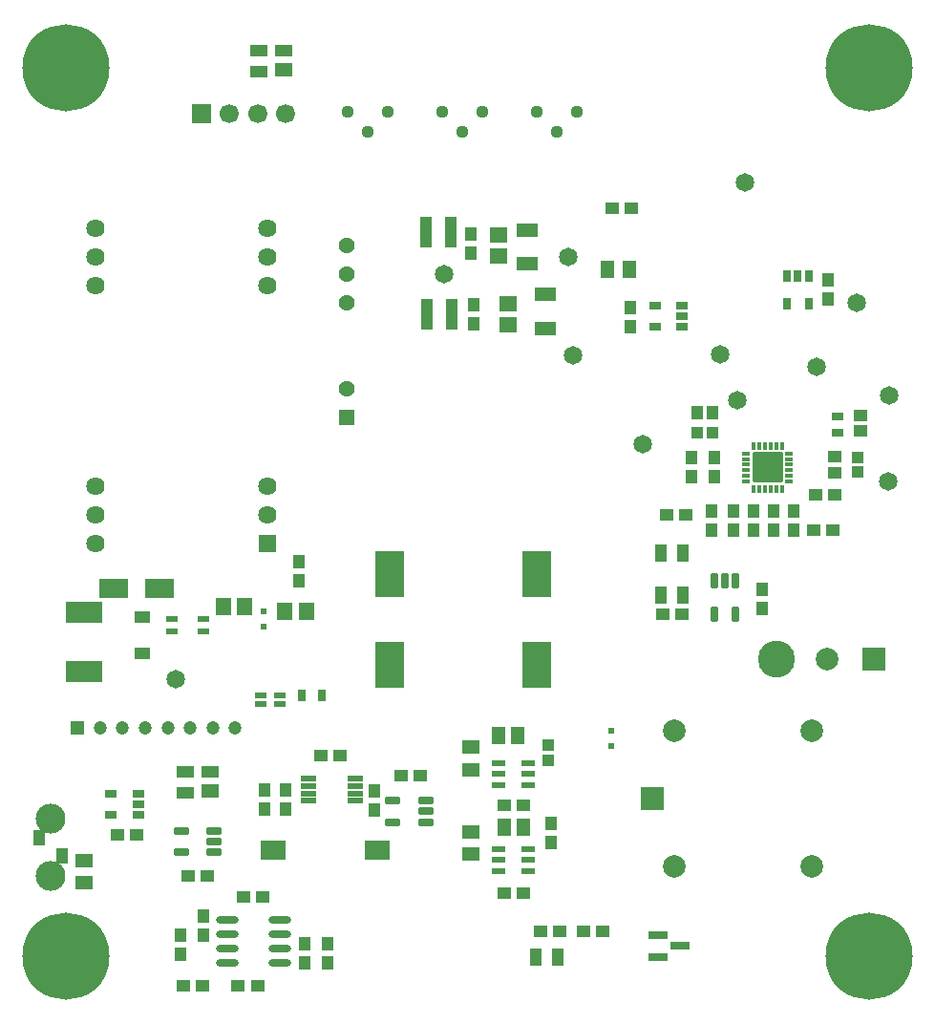
<source format=gts>
G04*
G04 #@! TF.GenerationSoftware,Altium Limited,Altium Designer,20.0.11 (256)*
G04*
G04 Layer_Color=8388736*
%FSLAX25Y25*%
%MOIN*%
G70*
G01*
G75*
%ADD31R,0.04803X0.02441*%
%ADD57R,0.04000X0.05500*%
%ADD58R,0.07093X0.02762*%
%ADD59R,0.03156X0.04337*%
%ADD60R,0.04731X0.04337*%
%ADD61R,0.04300X0.04700*%
%ADD62R,0.04700X0.04300*%
%ADD63R,0.05518X0.06306*%
%ADD64R,0.04337X0.03156*%
G04:AMPARAMS|DCode=65|XSize=29.59mil|YSize=51.24mil|CornerRadius=3.92mil|HoleSize=0mil|Usage=FLASHONLY|Rotation=270.000|XOffset=0mil|YOffset=0mil|HoleType=Round|Shape=RoundedRectangle|*
%AMROUNDEDRECTD65*
21,1,0.02959,0.04341,0,0,270.0*
21,1,0.02175,0.05124,0,0,270.0*
1,1,0.00784,-0.02170,-0.01088*
1,1,0.00784,-0.02170,0.01088*
1,1,0.00784,0.02170,0.01088*
1,1,0.00784,0.02170,-0.01088*
%
%ADD65ROUNDEDRECTD65*%
%ADD66O,0.07880X0.02762*%
%ADD67R,0.04376X0.06187*%
%ADD68R,0.05124X0.06109*%
G04:AMPARAMS|DCode=69|XSize=21.72mil|YSize=53.21mil|CornerRadius=3.95mil|HoleSize=0mil|Usage=FLASHONLY|Rotation=270.000|XOffset=0mil|YOffset=0mil|HoleType=Round|Shape=RoundedRectangle|*
%AMROUNDEDRECTD69*
21,1,0.02172,0.04532,0,0,270.0*
21,1,0.01382,0.05321,0,0,270.0*
1,1,0.00790,-0.02266,-0.00691*
1,1,0.00790,-0.02266,0.00691*
1,1,0.00790,0.02266,0.00691*
1,1,0.00790,0.02266,-0.00691*
%
%ADD69ROUNDEDRECTD69*%
%ADD70R,0.04337X0.04731*%
G04:AMPARAMS|DCode=71|XSize=13.84mil|YSize=27.62mil|CornerRadius=3.97mil|HoleSize=0mil|Usage=FLASHONLY|Rotation=270.000|XOffset=0mil|YOffset=0mil|HoleType=Round|Shape=RoundedRectangle|*
%AMROUNDEDRECTD71*
21,1,0.01384,0.01968,0,0,270.0*
21,1,0.00591,0.02762,0,0,270.0*
1,1,0.00794,-0.00984,-0.00295*
1,1,0.00794,-0.00984,0.00295*
1,1,0.00794,0.00984,0.00295*
1,1,0.00794,0.00984,-0.00295*
%
%ADD71ROUNDEDRECTD71*%
G04:AMPARAMS|DCode=72|XSize=13.84mil|YSize=27.62mil|CornerRadius=3.97mil|HoleSize=0mil|Usage=FLASHONLY|Rotation=180.000|XOffset=0mil|YOffset=0mil|HoleType=Round|Shape=RoundedRectangle|*
%AMROUNDEDRECTD72*
21,1,0.01384,0.01968,0,0,180.0*
21,1,0.00591,0.02762,0,0,180.0*
1,1,0.00794,-0.00295,0.00984*
1,1,0.00794,0.00295,0.00984*
1,1,0.00794,0.00295,-0.00984*
1,1,0.00794,-0.00295,-0.00984*
%
%ADD72ROUNDEDRECTD72*%
G04:AMPARAMS|DCode=73|XSize=106.36mil|YSize=106.36mil|CornerRadius=4.05mil|HoleSize=0mil|Usage=FLASHONLY|Rotation=180.000|XOffset=0mil|YOffset=0mil|HoleType=Round|Shape=RoundedRectangle|*
%AMROUNDEDRECTD73*
21,1,0.10636,0.09827,0,0,180.0*
21,1,0.09827,0.10636,0,0,180.0*
1,1,0.00809,-0.04913,0.04913*
1,1,0.00809,0.04913,0.04913*
1,1,0.00809,0.04913,-0.04913*
1,1,0.00809,-0.04913,-0.04913*
%
%ADD73ROUNDEDRECTD73*%
G04:AMPARAMS|DCode=74|XSize=29.59mil|YSize=51.24mil|CornerRadius=3.92mil|HoleSize=0mil|Usage=FLASHONLY|Rotation=0.000|XOffset=0mil|YOffset=0mil|HoleType=Round|Shape=RoundedRectangle|*
%AMROUNDEDRECTD74*
21,1,0.02959,0.04341,0,0,0.0*
21,1,0.02175,0.05124,0,0,0.0*
1,1,0.00784,0.01088,-0.02170*
1,1,0.00784,-0.01088,-0.02170*
1,1,0.00784,-0.01088,0.02170*
1,1,0.00784,0.01088,0.02170*
%
%ADD74ROUNDEDRECTD74*%
%ADD75R,0.10243X0.07093*%
%ADD76R,0.05203X0.03983*%
%ADD77R,0.12802X0.07408*%
%ADD78R,0.03943X0.01975*%
%ADD79R,0.03943X0.03156*%
%ADD80R,0.03943X0.04337*%
%ADD81R,0.06306X0.05518*%
%ADD82R,0.07487X0.04928*%
%ADD83R,0.10243X0.16148*%
%ADD84R,0.01975X0.02290*%
%ADD85R,0.04337X0.11030*%
%ADD86R,0.08983X0.06699*%
%ADD87R,0.09061X0.06699*%
%ADD88R,0.05912X0.04731*%
%ADD89R,0.05912X0.03943*%
%ADD90R,0.03156X0.04337*%
%ADD91R,0.03943X0.01975*%
%ADD92R,0.04337X0.04731*%
%ADD93R,0.04731X0.04337*%
%ADD94R,0.06109X0.05124*%
%ADD95R,0.04337X0.03943*%
%ADD96C,0.05628*%
%ADD97R,0.05628X0.05628*%
%ADD98R,0.06660X0.06660*%
%ADD99C,0.06660*%
%ADD100C,0.10400*%
%ADD101R,0.07900X0.07900*%
%ADD102C,0.07900*%
%ADD103C,0.12900*%
%ADD104C,0.06400*%
%ADD105R,0.06400X0.06400*%
%ADD106C,0.04724*%
%ADD107R,0.04724X0.04724*%
%ADD108C,0.04400*%
%ADD109C,0.30400*%
%ADD110C,0.07874*%
%ADD111R,0.07874X0.07874*%
%ADD112C,0.06502*%
D31*
X181004Y80260D02*
D03*
Y84000D02*
D03*
Y87740D02*
D03*
X170689D02*
D03*
Y84000D02*
D03*
Y80260D02*
D03*
X181004Y50260D02*
D03*
Y54000D02*
D03*
Y57740D02*
D03*
X170689D02*
D03*
Y54000D02*
D03*
Y50260D02*
D03*
D57*
X10100Y61850D02*
D03*
X18100Y55350D02*
D03*
D58*
X226063Y27740D02*
D03*
Y20260D02*
D03*
X233937Y24000D02*
D03*
D59*
X278740Y257724D02*
D03*
X275000D02*
D03*
X271260D02*
D03*
X278740Y248276D02*
D03*
X271260D02*
D03*
D60*
X37653Y62650D02*
D03*
X44346D02*
D03*
X172500Y73000D02*
D03*
X179193D02*
D03*
X172500Y42500D02*
D03*
X179193D02*
D03*
X136500Y83500D02*
D03*
X143193D02*
D03*
X108500Y90500D02*
D03*
X115193D02*
D03*
X68846Y48500D02*
D03*
X62154D02*
D03*
X81653Y41000D02*
D03*
X88346D02*
D03*
D61*
X111000Y24846D02*
D03*
Y18154D02*
D03*
X103000Y18154D02*
D03*
Y24847D02*
D03*
X59500Y27847D02*
D03*
Y21154D02*
D03*
X188847Y66847D02*
D03*
Y60154D02*
D03*
X96346Y71653D02*
D03*
Y78347D02*
D03*
X273500Y175847D02*
D03*
Y169153D02*
D03*
X266516Y175847D02*
D03*
Y169153D02*
D03*
X259500Y175847D02*
D03*
Y169153D02*
D03*
X252500Y175847D02*
D03*
Y169153D02*
D03*
X127028Y78047D02*
D03*
Y71354D02*
D03*
X245000Y175847D02*
D03*
Y169153D02*
D03*
X67500Y27654D02*
D03*
Y34346D02*
D03*
D62*
X86378Y10000D02*
D03*
X79685D02*
D03*
X60500D02*
D03*
X67193D02*
D03*
X281150Y181500D02*
D03*
X287850D02*
D03*
X280654Y169153D02*
D03*
X287347D02*
D03*
X229153Y174500D02*
D03*
X235846D02*
D03*
X200153Y29000D02*
D03*
X206846D02*
D03*
X227988Y139693D02*
D03*
X234681D02*
D03*
X191746Y29000D02*
D03*
X185054D02*
D03*
X216825Y281500D02*
D03*
X210132D02*
D03*
D63*
X81980Y142575D02*
D03*
X74500D02*
D03*
X103480Y140862D02*
D03*
X96000D02*
D03*
D64*
X44724Y69732D02*
D03*
Y73472D02*
D03*
Y77212D02*
D03*
X35276Y69732D02*
D03*
Y77212D02*
D03*
X234500Y240000D02*
D03*
Y243740D02*
D03*
Y247480D02*
D03*
X225051Y240000D02*
D03*
Y247480D02*
D03*
D65*
X59693Y56760D02*
D03*
Y64240D02*
D03*
X71307D02*
D03*
Y60500D02*
D03*
Y56760D02*
D03*
X133539Y67260D02*
D03*
Y74740D02*
D03*
X145153D02*
D03*
Y71000D02*
D03*
Y67260D02*
D03*
D66*
X94252Y18000D02*
D03*
Y23000D02*
D03*
Y28000D02*
D03*
Y33000D02*
D03*
X75748Y18000D02*
D03*
Y23000D02*
D03*
Y28000D02*
D03*
Y33000D02*
D03*
D67*
X227142Y161000D02*
D03*
X234858D02*
D03*
X227142Y146521D02*
D03*
X234858D02*
D03*
X183542Y20000D02*
D03*
X191258D02*
D03*
D68*
X170500Y97500D02*
D03*
X177193D02*
D03*
X208382Y260000D02*
D03*
X216256D02*
D03*
X172500Y65500D02*
D03*
X179193D02*
D03*
D69*
X120516Y74661D02*
D03*
Y77220D02*
D03*
Y79779D02*
D03*
Y82339D02*
D03*
X104177Y74661D02*
D03*
Y77220D02*
D03*
Y79779D02*
D03*
Y82339D02*
D03*
D70*
X245256Y210000D02*
D03*
X239744D02*
D03*
D71*
X271980Y186079D02*
D03*
Y188047D02*
D03*
Y190016D02*
D03*
Y191984D02*
D03*
Y193953D02*
D03*
Y195921D02*
D03*
X257020D02*
D03*
Y193953D02*
D03*
Y191984D02*
D03*
Y190016D02*
D03*
Y188047D02*
D03*
Y186079D02*
D03*
D72*
X269421Y198480D02*
D03*
X267453D02*
D03*
X265484D02*
D03*
X263516D02*
D03*
X261547D02*
D03*
X259579D02*
D03*
Y183520D02*
D03*
X261547D02*
D03*
X263516D02*
D03*
X265484D02*
D03*
X267453D02*
D03*
X269421D02*
D03*
D73*
X264500Y191000D02*
D03*
D74*
X253240Y139693D02*
D03*
X245760D02*
D03*
Y151307D02*
D03*
X249500D02*
D03*
X253240D02*
D03*
D75*
X52031Y148874D02*
D03*
X36283D02*
D03*
D76*
X46126Y126063D02*
D03*
Y138937D02*
D03*
D77*
X26000Y119705D02*
D03*
Y140295D02*
D03*
D78*
X56488Y133736D02*
D03*
X67512D02*
D03*
Y138264D02*
D03*
X56488D02*
D03*
D79*
X289000Y203132D02*
D03*
Y208644D02*
D03*
D80*
X239941Y203000D02*
D03*
X245059D02*
D03*
D81*
X174000Y240760D02*
D03*
Y248240D02*
D03*
X170500Y264760D02*
D03*
Y272240D02*
D03*
D82*
X187000Y239595D02*
D03*
Y251406D02*
D03*
X180500Y262094D02*
D03*
Y273905D02*
D03*
D83*
X184000Y122252D02*
D03*
Y153748D02*
D03*
X132500Y122252D02*
D03*
Y153748D02*
D03*
D84*
X210000Y93902D02*
D03*
Y99098D02*
D03*
X88500Y135514D02*
D03*
Y140711D02*
D03*
D85*
X154331Y244500D02*
D03*
X145669D02*
D03*
X153831Y273000D02*
D03*
X145169D02*
D03*
D86*
X128091Y57500D02*
D03*
D87*
X91909D02*
D03*
D88*
X95661Y329787D02*
D03*
X69731Y78147D02*
D03*
D89*
X95661Y336480D02*
D03*
X87000D02*
D03*
Y329000D02*
D03*
X69731Y84840D02*
D03*
X61069D02*
D03*
Y77360D02*
D03*
D90*
X108693Y111575D02*
D03*
X102000D02*
D03*
D91*
X94163Y108425D02*
D03*
Y111575D02*
D03*
X87470Y108425D02*
D03*
Y111575D02*
D03*
D92*
X101000Y158248D02*
D03*
Y151555D02*
D03*
X161000Y272346D02*
D03*
Y265653D02*
D03*
X88846Y71653D02*
D03*
Y78347D02*
D03*
X238000Y187654D02*
D03*
Y194346D02*
D03*
X246000Y187654D02*
D03*
Y194346D02*
D03*
X262500Y141654D02*
D03*
Y148346D02*
D03*
X162000Y247847D02*
D03*
Y241154D02*
D03*
X216500Y246847D02*
D03*
Y240154D02*
D03*
X285500Y256347D02*
D03*
Y249654D02*
D03*
D93*
X287850Y194740D02*
D03*
Y189228D02*
D03*
X297000Y209256D02*
D03*
Y203744D02*
D03*
D94*
X160846Y63937D02*
D03*
Y56063D02*
D03*
Y93437D02*
D03*
Y85563D02*
D03*
X25760Y53937D02*
D03*
Y46063D02*
D03*
D95*
X187847Y94059D02*
D03*
Y88941D02*
D03*
X296000Y189441D02*
D03*
Y194559D02*
D03*
D96*
X117500Y258500D02*
D03*
Y218500D02*
D03*
Y248500D02*
D03*
Y268500D02*
D03*
D97*
Y208500D02*
D03*
D98*
X66703Y314331D02*
D03*
D99*
X76545D02*
D03*
X86388D02*
D03*
X96231D02*
D03*
D100*
X14100Y68600D02*
D03*
Y48600D02*
D03*
D101*
X301463Y124000D02*
D03*
D102*
X285164D02*
D03*
D103*
X267663D02*
D03*
D104*
X30000Y164500D02*
D03*
Y174500D02*
D03*
Y184500D02*
D03*
Y254500D02*
D03*
Y264500D02*
D03*
Y274500D02*
D03*
X90000D02*
D03*
Y264500D02*
D03*
Y254500D02*
D03*
Y184500D02*
D03*
Y174500D02*
D03*
D105*
Y164500D02*
D03*
D106*
X78669Y100000D02*
D03*
X70795D02*
D03*
X62921D02*
D03*
X55047D02*
D03*
X47173D02*
D03*
X39299D02*
D03*
X31425D02*
D03*
D107*
X23551D02*
D03*
D108*
X184000Y315000D02*
D03*
X191000Y308000D02*
D03*
X198000Y315000D02*
D03*
X118000D02*
D03*
X125000Y308000D02*
D03*
X132000Y315000D02*
D03*
X151000D02*
D03*
X158000Y308000D02*
D03*
X165000Y315000D02*
D03*
D109*
X19500Y20500D02*
D03*
Y330500D02*
D03*
X300000D02*
D03*
Y20500D02*
D03*
D110*
X231968Y99000D02*
D03*
X280000D02*
D03*
Y51756D02*
D03*
X231968D02*
D03*
D111*
X224095Y75378D02*
D03*
D112*
X295500Y248500D02*
D03*
X281577Y226000D02*
D03*
X58000Y117100D02*
D03*
X256500Y290500D02*
D03*
X247957Y230500D02*
D03*
X221000Y199000D02*
D03*
X195000Y264500D02*
D03*
X196500Y230000D02*
D03*
X151500Y258500D02*
D03*
X306500Y186000D02*
D03*
X307000Y216000D02*
D03*
X254000Y214500D02*
D03*
M02*

</source>
